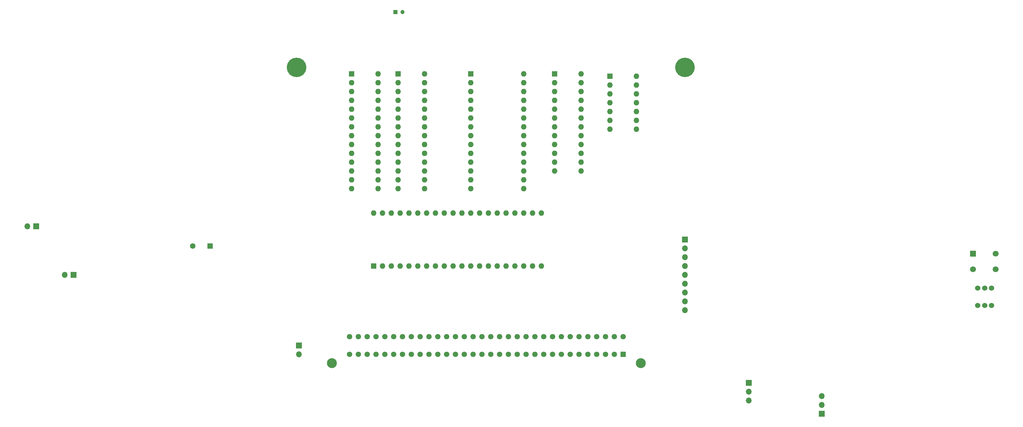
<source format=gbr>
%TF.GenerationSoftware,KiCad,Pcbnew,7.0.11+dfsg-1build4*%
%TF.CreationDate,2025-05-04T19:09:06+02:00*%
%TF.ProjectId,cpu_board_03,6370755f-626f-4617-9264-5f30332e6b69,rev?*%
%TF.SameCoordinates,Original*%
%TF.FileFunction,Soldermask,Bot*%
%TF.FilePolarity,Negative*%
%FSLAX46Y46*%
G04 Gerber Fmt 4.6, Leading zero omitted, Abs format (unit mm)*
G04 Created by KiCad (PCBNEW 7.0.11+dfsg-1build4) date 2025-05-04 19:09:06*
%MOMM*%
%LPD*%
G01*
G04 APERTURE LIST*
G04 Aperture macros list*
%AMRoundRect*
0 Rectangle with rounded corners*
0 $1 Rounding radius*
0 $2 $3 $4 $5 $6 $7 $8 $9 X,Y pos of 4 corners*
0 Add a 4 corners polygon primitive as box body*
4,1,4,$2,$3,$4,$5,$6,$7,$8,$9,$2,$3,0*
0 Add four circle primitives for the rounded corners*
1,1,$1+$1,$2,$3*
1,1,$1+$1,$4,$5*
1,1,$1+$1,$6,$7*
1,1,$1+$1,$8,$9*
0 Add four rect primitives between the rounded corners*
20,1,$1+$1,$2,$3,$4,$5,0*
20,1,$1+$1,$4,$5,$6,$7,0*
20,1,$1+$1,$6,$7,$8,$9,0*
20,1,$1+$1,$8,$9,$2,$3,0*%
G04 Aperture macros list end*
%ADD10O,1.600000X1.600000*%
%ADD11R,1.600000X1.600000*%
%ADD12C,1.524000*%
%ADD13C,1.600000*%
%ADD14O,1.700000X1.700000*%
%ADD15R,1.700000X1.700000*%
%ADD16C,1.700000*%
%ADD17C,1.200000*%
%ADD18R,1.200000X1.200000*%
%ADD19C,5.600000*%
%ADD20C,1.550000*%
%ADD21RoundRect,0.249999X0.525001X0.525001X-0.525001X0.525001X-0.525001X-0.525001X0.525001X-0.525001X0*%
%ADD22C,2.850000*%
G04 APERTURE END LIST*
D10*
%TO.C,U7*%
X63500000Y-20955000D03*
X63500000Y-23495000D03*
X63500000Y-26035000D03*
X63500000Y-28575000D03*
X63500000Y-31115000D03*
X63500000Y-33655000D03*
X63500000Y-36195000D03*
X63500000Y-38735000D03*
X63500000Y-41275000D03*
X63500000Y-43815000D03*
X63500000Y-46355000D03*
X63500000Y-48895000D03*
X63500000Y-51435000D03*
X63500000Y-53975000D03*
X55880000Y-53975000D03*
X55880000Y-51435000D03*
X55880000Y-48895000D03*
X55880000Y-46355000D03*
X55880000Y-43815000D03*
X55880000Y-41275000D03*
X55880000Y-38735000D03*
X55880000Y-36195000D03*
X55880000Y-33655000D03*
X55880000Y-31115000D03*
X55880000Y-28575000D03*
X55880000Y-26035000D03*
X55880000Y-23495000D03*
D11*
X55880000Y-20955000D03*
%TD*%
D12*
%TO.C,SW2*%
X226695000Y-87550000D03*
X224695000Y-87550000D03*
X222695000Y-87550000D03*
X226695000Y-82550000D03*
X224695000Y-82550000D03*
X222695000Y-82550000D03*
%TD*%
D10*
%TO.C,U2*%
X50165000Y-20955000D03*
X50165000Y-23495000D03*
X50165000Y-26035000D03*
X50165000Y-28575000D03*
X50165000Y-31115000D03*
X50165000Y-33655000D03*
X50165000Y-36195000D03*
X50165000Y-38735000D03*
X50165000Y-41275000D03*
X50165000Y-43815000D03*
X50165000Y-46355000D03*
X50165000Y-48895000D03*
X50165000Y-51435000D03*
X50165000Y-53975000D03*
X42545000Y-53975000D03*
X42545000Y-51435000D03*
X42545000Y-48895000D03*
X42545000Y-46355000D03*
X42545000Y-43815000D03*
X42545000Y-41275000D03*
X42545000Y-38735000D03*
X42545000Y-36195000D03*
X42545000Y-33655000D03*
X42545000Y-31115000D03*
X42545000Y-28575000D03*
X42545000Y-26035000D03*
X42545000Y-23495000D03*
D11*
X42545000Y-20955000D03*
%TD*%
D13*
%TO.C,C11*%
X-3232349Y-70485000D03*
D11*
X1767651Y-70485000D03*
%TD*%
D14*
%TO.C,J11*%
X138430000Y-88900000D03*
X138430000Y-86360000D03*
X138430000Y-83820000D03*
X138430000Y-81280000D03*
X138430000Y-78740000D03*
X138430000Y-76200000D03*
X138430000Y-73660000D03*
X138430000Y-71120000D03*
D15*
X138430000Y-68580000D03*
%TD*%
D16*
%TO.C,SW1*%
X227850000Y-77180000D03*
X221350000Y-77180000D03*
X227850000Y-72680000D03*
D15*
X221350000Y-72680000D03*
%TD*%
D14*
%TO.C,J7*%
X-50800000Y-64770000D03*
D15*
X-48260000Y-64770000D03*
%TD*%
D10*
%TO.C,U3*%
X92075000Y-20955000D03*
X92075000Y-23495000D03*
X92075000Y-26035000D03*
X92075000Y-28575000D03*
X92075000Y-31115000D03*
X92075000Y-33655000D03*
X92075000Y-36195000D03*
X92075000Y-38735000D03*
X92075000Y-41275000D03*
X92075000Y-43815000D03*
X92075000Y-46355000D03*
X92075000Y-48895000D03*
X92075000Y-51435000D03*
X92075000Y-53975000D03*
X76835000Y-53975000D03*
X76835000Y-51435000D03*
X76835000Y-48895000D03*
X76835000Y-46355000D03*
X76835000Y-43815000D03*
X76835000Y-41275000D03*
X76835000Y-38735000D03*
X76835000Y-36195000D03*
X76835000Y-33655000D03*
X76835000Y-31115000D03*
X76835000Y-28575000D03*
X76835000Y-26035000D03*
X76835000Y-23495000D03*
D11*
X76835000Y-20955000D03*
%TD*%
D14*
%TO.C,J10*%
X156845000Y-114935000D03*
X156845000Y-112395000D03*
D15*
X156845000Y-109855000D03*
%TD*%
D17*
%TO.C,C12*%
X57150000Y-3175000D03*
D18*
X55150000Y-3175000D03*
%TD*%
D10*
%TO.C,U4*%
X108595000Y-20950000D03*
X108595000Y-23490000D03*
X108595000Y-26030000D03*
X108595000Y-28570000D03*
X108595000Y-31110000D03*
X108595000Y-33650000D03*
X108595000Y-36190000D03*
X108595000Y-38730000D03*
X108595000Y-41270000D03*
X108595000Y-43810000D03*
X108595000Y-46350000D03*
X108595000Y-48890000D03*
X100975000Y-48890000D03*
X100975000Y-46350000D03*
X100975000Y-43810000D03*
X100975000Y-41270000D03*
X100975000Y-38730000D03*
X100975000Y-36190000D03*
X100975000Y-33650000D03*
X100975000Y-31110000D03*
X100975000Y-28570000D03*
X100975000Y-26030000D03*
X100975000Y-23490000D03*
D11*
X100975000Y-20950000D03*
%TD*%
D14*
%TO.C,J8*%
X-40005000Y-78740000D03*
D15*
X-37465000Y-78740000D03*
%TD*%
D10*
%TO.C,U1*%
X48895000Y-60960000D03*
X51435000Y-60960000D03*
X53975000Y-60960000D03*
X56515000Y-60960000D03*
X59055000Y-60960000D03*
X61595000Y-60960000D03*
X64135000Y-60960000D03*
X66675000Y-60960000D03*
X69215000Y-60960000D03*
X71755000Y-60960000D03*
X74295000Y-60960000D03*
X76835000Y-60960000D03*
X79375000Y-60960000D03*
X81915000Y-60960000D03*
X84455000Y-60960000D03*
X86995000Y-60960000D03*
X89535000Y-60960000D03*
X92075000Y-60960000D03*
X94615000Y-60960000D03*
X97155000Y-60960000D03*
X97155000Y-76200000D03*
X94615000Y-76200000D03*
X92075000Y-76200000D03*
X89535000Y-76200000D03*
X86995000Y-76200000D03*
X84455000Y-76200000D03*
X81915000Y-76200000D03*
X79375000Y-76200000D03*
X76835000Y-76200000D03*
X74295000Y-76200000D03*
X71755000Y-76200000D03*
X69215000Y-76200000D03*
X66675000Y-76200000D03*
X64135000Y-76200000D03*
X61595000Y-76200000D03*
X59055000Y-76200000D03*
X56515000Y-76200000D03*
X53975000Y-76200000D03*
X51435000Y-76200000D03*
D11*
X48895000Y-76200000D03*
%TD*%
D14*
%TO.C,J9*%
X177800000Y-113665000D03*
X177800000Y-116205000D03*
D15*
X177800000Y-118745000D03*
%TD*%
D19*
%TO.C,H1*%
X26670000Y-19050000D03*
%TD*%
D14*
%TO.C,J6*%
X27330000Y-101600000D03*
D15*
X27330000Y-99060000D03*
%TD*%
D10*
%TO.C,X1*%
X124470000Y-21585000D03*
X124470000Y-24125000D03*
X124470000Y-26665000D03*
X124470000Y-29205000D03*
X124470000Y-31745000D03*
X124470000Y-34285000D03*
X124470000Y-36825000D03*
X116850000Y-36825000D03*
X116850000Y-34285000D03*
X116850000Y-31745000D03*
X116850000Y-29205000D03*
X116850000Y-26665000D03*
X116850000Y-24125000D03*
D11*
X116850000Y-21585000D03*
%TD*%
D20*
%TO.C,J1*%
X41910000Y-96520000D03*
X44450000Y-96520000D03*
X46990000Y-96520000D03*
X49530000Y-96520000D03*
X52070000Y-96520000D03*
X54610000Y-96520000D03*
X57150000Y-96520000D03*
X59690000Y-96520000D03*
X62230000Y-96520000D03*
X64770000Y-96520000D03*
X67310000Y-96520000D03*
X69850000Y-96520000D03*
X72390000Y-96520000D03*
X74930000Y-96520000D03*
X77470000Y-96520000D03*
X80010000Y-96520000D03*
X82550000Y-96520000D03*
X85090000Y-96520000D03*
X87630000Y-96520000D03*
X90170000Y-96520000D03*
X92710000Y-96520000D03*
X95250000Y-96520000D03*
X97790000Y-96520000D03*
X100330000Y-96520000D03*
X102870000Y-96520000D03*
X105410000Y-96520000D03*
X107950000Y-96520000D03*
X110490000Y-96520000D03*
X113030000Y-96520000D03*
X115570000Y-96520000D03*
X118110000Y-96520000D03*
X120650000Y-96520000D03*
X41910000Y-101600000D03*
X44450000Y-101600000D03*
X46990000Y-101600000D03*
X49530000Y-101600000D03*
X52070000Y-101600000D03*
X54610000Y-101600000D03*
X57150000Y-101600000D03*
X59690000Y-101600000D03*
X62230000Y-101600000D03*
X64770000Y-101600000D03*
X67310000Y-101600000D03*
X69850000Y-101600000D03*
X72390000Y-101600000D03*
X74930000Y-101600000D03*
X77470000Y-101600000D03*
X80010000Y-101600000D03*
X82550000Y-101600000D03*
X85090000Y-101600000D03*
X87630000Y-101600000D03*
X90170000Y-101600000D03*
X92710000Y-101600000D03*
X95250000Y-101600000D03*
X97790000Y-101600000D03*
X100330000Y-101600000D03*
X102870000Y-101600000D03*
X105410000Y-101600000D03*
X107950000Y-101600000D03*
X110490000Y-101600000D03*
X113030000Y-101600000D03*
X115570000Y-101600000D03*
X118110000Y-101600000D03*
D21*
X120650000Y-101600000D03*
D22*
X36830000Y-104140000D03*
X125730000Y-104140000D03*
%TD*%
D19*
%TO.C,H2*%
X138430000Y-19050000D03*
%TD*%
M02*

</source>
